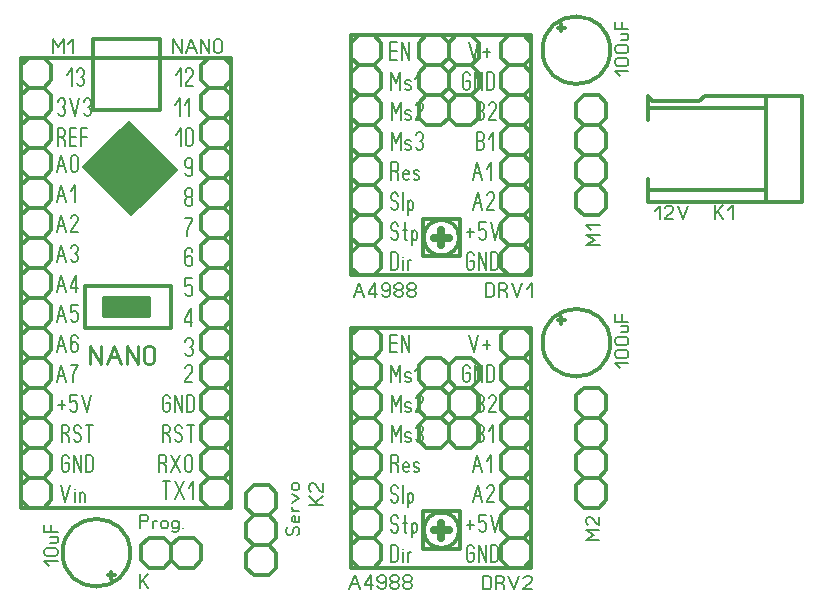
<source format=gto>
%FSLAX34Y34*%
%MOMM*%
%LNCOPPER_BOTTOM*%
G71*
G01*
%ADD10C, 0.30*%
%ADD11C, 0.70*%
%ADD12C, 0.19*%
%ADD13C, 0.21*%
%ADD14C, 0.27*%
%LPD*%
G54D10*
X469900Y469950D02*
X463600Y476250D01*
X450800Y476250D01*
X444500Y469950D01*
X444500Y457150D01*
X450800Y450850D01*
X463600Y450850D01*
X469900Y457150D01*
X469900Y469950D01*
G54D10*
X469900Y444550D02*
X463600Y450850D01*
X450800Y450850D01*
X444500Y444550D01*
X444500Y431750D01*
X450800Y425450D01*
X463600Y425450D01*
X469900Y431750D01*
X469900Y444550D01*
G54D10*
X469900Y419150D02*
X463600Y425450D01*
X450800Y425450D01*
X444500Y419150D01*
X444500Y406350D01*
X450800Y400050D01*
X463600Y400050D01*
X469900Y406350D01*
X469900Y419150D01*
G54D10*
X469900Y393750D02*
X463600Y400050D01*
X450800Y400050D01*
X444500Y393750D01*
X444500Y380950D01*
X450800Y374650D01*
X463600Y374650D01*
X469900Y380950D01*
X469900Y393750D01*
G54D10*
X469900Y368350D02*
X463600Y374650D01*
X450800Y374650D01*
X444500Y368350D01*
X444500Y355550D01*
X450800Y349250D01*
X463600Y349250D01*
X469900Y355550D01*
X469900Y368350D01*
G54D10*
X469900Y342950D02*
X463600Y349250D01*
X450800Y349250D01*
X444500Y342950D01*
X444500Y330150D01*
X450800Y323850D01*
X463600Y323850D01*
X469900Y330150D01*
X469900Y342950D01*
G54D10*
X469900Y317550D02*
X463600Y323850D01*
X450800Y323850D01*
X444500Y317550D01*
X444500Y304750D01*
X450800Y298450D01*
X463600Y298450D01*
X469900Y304750D01*
X469900Y317550D01*
G54D10*
X469900Y292150D02*
X463600Y298450D01*
X450800Y298450D01*
X444500Y292150D01*
X444500Y279350D01*
X450800Y273050D01*
X463600Y273050D01*
X469900Y279350D01*
X469900Y292150D01*
G54D10*
X342900Y469950D02*
X336600Y476250D01*
X323800Y476250D01*
X317500Y469950D01*
X317500Y457150D01*
X323800Y450850D01*
X336600Y450850D01*
X342900Y457150D01*
X342900Y469950D01*
G54D10*
X342900Y444550D02*
X336600Y450850D01*
X323800Y450850D01*
X317500Y444550D01*
X317500Y431750D01*
X323800Y425450D01*
X336600Y425450D01*
X342900Y431750D01*
X342900Y444550D01*
G54D10*
X342900Y419150D02*
X336600Y425450D01*
X323800Y425450D01*
X317500Y419150D01*
X317500Y406350D01*
X323800Y400050D01*
X336600Y400050D01*
X342900Y406350D01*
X342900Y419150D01*
G54D10*
X342900Y393750D02*
X336600Y400050D01*
X323800Y400050D01*
X317500Y393750D01*
X317500Y380950D01*
X323800Y374650D01*
X336600Y374650D01*
X342900Y380950D01*
X342900Y393750D01*
G54D10*
X342900Y368350D02*
X336600Y374650D01*
X323800Y374650D01*
X317500Y368350D01*
X317500Y355550D01*
X323800Y349250D01*
X336600Y349250D01*
X342900Y355550D01*
X342900Y368350D01*
G54D10*
X342900Y342950D02*
X336600Y349250D01*
X323800Y349250D01*
X317500Y342950D01*
X317500Y330150D01*
X323800Y323850D01*
X336600Y323850D01*
X342900Y330150D01*
X342900Y342950D01*
G54D10*
X342900Y317550D02*
X336600Y323850D01*
X323800Y323850D01*
X317500Y317550D01*
X317500Y304750D01*
X323800Y298450D01*
X336600Y298450D01*
X342900Y304750D01*
X342900Y317550D01*
G54D10*
X342900Y292150D02*
X336600Y298450D01*
X323800Y298450D01*
X317500Y292150D01*
X317500Y279350D01*
X323800Y273050D01*
X336600Y273050D01*
X342900Y279350D01*
X342900Y292150D01*
G54D10*
X317500Y476250D02*
X469900Y476250D01*
X469900Y273050D01*
X317500Y273050D01*
X317500Y476250D01*
G54D10*
G75*
G01X408700Y304850D02*
G03X408700Y304850I-15000J0D01*
G01*
G54D10*
X377825Y320675D02*
X409575Y320675D01*
X409575Y288925D01*
X377825Y288925D01*
X377825Y320675D01*
G54D11*
X393700Y311150D02*
X393700Y311150D01*
X393700Y298450D01*
X393700Y298450D01*
X393700Y311150D01*
G54D11*
X387350Y304800D02*
X400050Y304800D01*
X400050Y304800D01*
X387350Y304800D01*
X387350Y304800D01*
G54D12*
X350772Y277558D02*
X350772Y292670D01*
X354550Y292670D01*
X356061Y291725D01*
X356816Y289836D01*
X356816Y280392D01*
X356061Y278503D01*
X354550Y277558D01*
X350772Y277558D01*
G54D12*
X360972Y277558D02*
X360972Y286058D01*
G54D12*
X360972Y288892D02*
X360972Y288892D01*
G54D12*
X365128Y277558D02*
X365128Y286058D01*
G54D12*
X365128Y284170D02*
X366639Y286058D01*
X368150Y286058D01*
G54D12*
X351184Y305471D02*
X351939Y303582D01*
X353450Y302637D01*
X354961Y302637D01*
X356472Y303582D01*
X357228Y305471D01*
X357228Y307360D01*
X356472Y309249D01*
X354961Y310193D01*
X353450Y310193D01*
X351939Y311138D01*
X351184Y313026D01*
X351184Y314915D01*
X351939Y316804D01*
X353450Y317749D01*
X354961Y317749D01*
X356472Y316804D01*
X357228Y314915D01*
G54D12*
X362895Y317749D02*
X362895Y303582D01*
X363650Y302637D01*
X364406Y303015D01*
G54D12*
X361384Y311137D02*
X364406Y311137D01*
G54D12*
X368562Y311138D02*
X368562Y298860D01*
G54D12*
X368562Y305471D02*
X369317Y303015D01*
X370828Y302638D01*
X372339Y303015D01*
X373095Y304904D01*
X373095Y308682D01*
X372339Y310571D01*
X370828Y311138D01*
X369317Y310571D01*
X368562Y308304D01*
G54D12*
X350916Y330871D02*
X351672Y328982D01*
X353183Y328037D01*
X354694Y328037D01*
X356205Y328982D01*
X356960Y330871D01*
X356960Y332760D01*
X356205Y334649D01*
X354694Y335593D01*
X353183Y335593D01*
X351672Y336537D01*
X350916Y338426D01*
X350916Y340315D01*
X351672Y342204D01*
X353183Y343149D01*
X354694Y343149D01*
X356205Y342204D01*
X356960Y340315D01*
G54D12*
X361116Y328037D02*
X361116Y343149D01*
G54D12*
X365272Y336537D02*
X365272Y324260D01*
G54D12*
X365272Y330871D02*
X366028Y328415D01*
X367539Y328037D01*
X369050Y328415D01*
X369805Y330304D01*
X369805Y334082D01*
X369050Y335971D01*
X367539Y336537D01*
X366028Y335971D01*
X365272Y333704D01*
G54D12*
X354339Y361314D02*
X356606Y359425D01*
X357361Y357536D01*
X357361Y353758D01*
G54D12*
X351317Y353758D02*
X351317Y368870D01*
X355095Y368870D01*
X356606Y367925D01*
X357361Y366036D01*
X357361Y364147D01*
X356606Y362258D01*
X355095Y361314D01*
X351317Y361314D01*
G54D12*
X366050Y354703D02*
X364841Y353758D01*
X363330Y353758D01*
X361819Y354703D01*
X361517Y356592D01*
X361517Y359803D01*
X362273Y361692D01*
X363784Y362258D01*
X365295Y361692D01*
X366050Y360370D01*
X366050Y358481D01*
X361517Y358481D01*
G54D12*
X370206Y354703D02*
X371717Y353758D01*
X373228Y353758D01*
X374739Y354703D01*
X374739Y356592D01*
X373984Y357536D01*
X370962Y358481D01*
X370206Y359425D01*
X370206Y361314D01*
X371717Y362258D01*
X373228Y362258D01*
X374739Y361314D01*
G54D12*
X351583Y379158D02*
X351583Y394270D01*
X355361Y384825D01*
X359139Y394270D01*
X359139Y379158D01*
G54D12*
X363295Y380103D02*
X364806Y379158D01*
X366317Y379158D01*
X367828Y380103D01*
X367828Y381992D01*
X367073Y382936D01*
X364051Y383881D01*
X363295Y384825D01*
X363295Y386714D01*
X364806Y387658D01*
X366317Y387658D01*
X367828Y386714D01*
G54D12*
X371984Y391436D02*
X372740Y393325D01*
X374251Y394270D01*
X375762Y394270D01*
X377273Y393325D01*
X378028Y391436D01*
X378028Y389547D01*
X377273Y387658D01*
X375762Y386714D01*
X377273Y385770D01*
X378028Y383881D01*
X378028Y381992D01*
X377273Y380103D01*
X375762Y379158D01*
X374251Y379158D01*
X372740Y380103D01*
X371984Y381992D01*
G54D12*
X351583Y404558D02*
X351583Y419670D01*
X355361Y410225D01*
X359139Y419670D01*
X359139Y404558D01*
G54D12*
X363295Y405503D02*
X364806Y404558D01*
X366317Y404558D01*
X367828Y405503D01*
X367828Y407392D01*
X367073Y408336D01*
X364051Y409281D01*
X363295Y410225D01*
X363295Y412114D01*
X364806Y413058D01*
X366317Y413058D01*
X367828Y412114D01*
G54D12*
X378028Y404558D02*
X371984Y404558D01*
X371984Y405503D01*
X372740Y407392D01*
X377273Y413058D01*
X378028Y414947D01*
X378028Y416836D01*
X377273Y418725D01*
X375762Y419670D01*
X374251Y419670D01*
X372740Y418725D01*
X371984Y416836D01*
G54D12*
X351383Y429958D02*
X351382Y445069D01*
X355160Y435625D01*
X358938Y445069D01*
X358938Y429958D01*
G54D12*
X363094Y430902D02*
X364606Y429958D01*
X366117Y429958D01*
X367628Y430902D01*
X367628Y432791D01*
X366872Y433736D01*
X363850Y434680D01*
X363094Y435625D01*
X363094Y437514D01*
X364606Y438458D01*
X366117Y438458D01*
X367628Y437514D01*
G54D12*
X371784Y439402D02*
X375561Y445069D01*
X375561Y429958D01*
G54D12*
X355905Y455358D02*
X350617Y455358D01*
X350617Y470470D01*
X355905Y470470D01*
G54D12*
X350617Y462914D02*
X355905Y462914D01*
G54D12*
X360062Y455358D02*
X360062Y470470D01*
X366106Y455358D01*
X366106Y470470D01*
G54D12*
X418106Y285114D02*
X421128Y285114D01*
X421128Y280392D01*
X420372Y278503D01*
X418861Y277558D01*
X417350Y277558D01*
X415839Y278503D01*
X415084Y280392D01*
X415084Y289836D01*
X415839Y291725D01*
X417350Y292670D01*
X418861Y292670D01*
X420372Y291725D01*
X421128Y289836D01*
G54D12*
X425284Y277558D02*
X425284Y292670D01*
X431328Y277558D01*
X431328Y292670D01*
G54D12*
X435484Y277558D02*
X435484Y292670D01*
X439261Y292670D01*
X440772Y291725D01*
X441528Y289836D01*
X441528Y280392D01*
X440772Y278503D01*
X439261Y277558D01*
X435484Y277558D01*
G54D12*
X415226Y309570D02*
X421270Y309570D01*
G54D12*
X418248Y313347D02*
X418248Y305792D01*
G54D12*
X431470Y318070D02*
X425426Y318070D01*
X425426Y311458D01*
X426181Y311458D01*
X427692Y312403D01*
X429203Y312403D01*
X430714Y311458D01*
X431470Y309570D01*
X431470Y305792D01*
X430714Y303903D01*
X429203Y302958D01*
X427692Y302958D01*
X426181Y303903D01*
X425426Y305792D01*
G54D12*
X435626Y318070D02*
X439403Y302958D01*
X443181Y318070D01*
G54D12*
X420669Y328358D02*
X424447Y343470D01*
X428225Y328358D01*
G54D12*
X422180Y334025D02*
X426713Y334025D01*
G54D12*
X438425Y328358D02*
X432381Y328358D01*
X432381Y329303D01*
X433137Y331192D01*
X437670Y336858D01*
X438425Y338747D01*
X438425Y340636D01*
X437670Y342525D01*
X436159Y343470D01*
X434648Y343470D01*
X433137Y342525D01*
X432381Y340636D01*
G54D12*
X420468Y353761D02*
X424246Y368872D01*
X428024Y353761D01*
G54D12*
X421979Y359428D02*
X426512Y359428D01*
G54D12*
X432180Y363205D02*
X435958Y368872D01*
X435958Y353761D01*
G54D12*
X423508Y379158D02*
X423509Y394270D01*
X427286Y394270D01*
X428797Y393325D01*
X429553Y391436D01*
X429553Y389547D01*
X428797Y387658D01*
X427286Y386714D01*
X428797Y385770D01*
X429553Y383881D01*
X429553Y381992D01*
X428797Y380103D01*
X427286Y379158D01*
X423508Y379158D01*
G54D12*
X423509Y386714D02*
X427286Y386714D01*
G54D12*
X433709Y388603D02*
X437486Y394270D01*
X437486Y379158D01*
G54D12*
X423708Y404558D02*
X423708Y419670D01*
X427486Y419670D01*
X428997Y418725D01*
X429752Y416836D01*
X429752Y414947D01*
X428997Y413058D01*
X427486Y412114D01*
X428997Y411170D01*
X429752Y409281D01*
X429752Y407392D01*
X428997Y405503D01*
X427486Y404558D01*
X423708Y404558D01*
G54D12*
X423708Y412114D02*
X427486Y412114D01*
G54D12*
X439952Y404558D02*
X433908Y404558D01*
X433908Y405503D01*
X434664Y407392D01*
X439197Y413058D01*
X439952Y414947D01*
X439952Y416836D01*
X439197Y418725D01*
X437686Y419670D01*
X436175Y419670D01*
X434664Y418725D01*
X433908Y416836D01*
G54D12*
X414930Y437514D02*
X417952Y437514D01*
X417952Y432792D01*
X417197Y430903D01*
X415686Y429958D01*
X414175Y429958D01*
X412664Y430903D01*
X411908Y432792D01*
X411908Y442236D01*
X412664Y444125D01*
X414175Y445070D01*
X415686Y445070D01*
X417197Y444125D01*
X417952Y442236D01*
G54D12*
X422108Y429958D02*
X422108Y445070D01*
X428152Y429958D01*
X428152Y445070D01*
G54D12*
X432308Y429958D02*
X432308Y445070D01*
X436086Y445070D01*
X437597Y444125D01*
X438352Y442236D01*
X438352Y432792D01*
X437597Y430903D01*
X436086Y429958D01*
X432308Y429958D01*
G54D12*
X417483Y470470D02*
X421260Y455358D01*
X425038Y470470D01*
G54D12*
X429195Y461970D02*
X435239Y461970D01*
G54D12*
X432217Y465747D02*
X432217Y458192D01*
G54D13*
X431381Y254515D02*
X431381Y266071D01*
X435714Y266071D01*
X437448Y265348D01*
X438314Y263904D01*
X438314Y256682D01*
X437448Y255237D01*
X435714Y254515D01*
X431381Y254515D01*
G54D13*
X445825Y260293D02*
X448425Y258848D01*
X449291Y257404D01*
X449291Y254515D01*
G54D13*
X442358Y254515D02*
X442358Y266071D01*
X446691Y266071D01*
X448425Y265348D01*
X449291Y263904D01*
X449291Y262459D01*
X448425Y261015D01*
X446691Y260293D01*
X442358Y260293D01*
G54D13*
X453335Y266071D02*
X457668Y254515D01*
X462002Y266071D01*
G54D13*
X466046Y261737D02*
X470379Y266071D01*
X470379Y254515D01*
G54D13*
X319335Y254688D02*
X323668Y266244D01*
X328002Y254688D01*
G54D13*
X321068Y259021D02*
X326268Y259021D01*
G54D13*
X337246Y254688D02*
X337246Y266244D01*
X332046Y259021D01*
X332046Y257577D01*
X338979Y257577D01*
G54D13*
X343023Y256855D02*
X343890Y255410D01*
X345623Y254688D01*
X347356Y254688D01*
X349090Y255410D01*
X349956Y256855D01*
X349956Y260466D01*
X349956Y261188D01*
X347356Y259744D01*
X345623Y259744D01*
X343890Y260466D01*
X343023Y261910D01*
X343023Y264077D01*
X343890Y265521D01*
X345623Y266244D01*
X347356Y266244D01*
X349090Y265521D01*
X349956Y264077D01*
X349956Y260466D01*
G54D13*
X358333Y260466D02*
X356600Y260466D01*
X354867Y261188D01*
X354000Y262632D01*
X354000Y264077D01*
X354867Y265521D01*
X356600Y266244D01*
X358333Y266244D01*
X360067Y265521D01*
X360933Y264077D01*
X360933Y262632D01*
X360067Y261188D01*
X358333Y260466D01*
X360067Y259744D01*
X360933Y258299D01*
X360933Y256855D01*
X360067Y255410D01*
X358333Y254688D01*
X356600Y254688D01*
X354867Y255410D01*
X354000Y256855D01*
X354000Y258299D01*
X354867Y259744D01*
X356600Y260466D01*
G54D13*
X369310Y260466D02*
X367577Y260466D01*
X365844Y261188D01*
X364977Y262632D01*
X364977Y264077D01*
X365844Y265521D01*
X367577Y266244D01*
X369310Y266244D01*
X371044Y265521D01*
X371910Y264077D01*
X371910Y262632D01*
X371044Y261188D01*
X369310Y260466D01*
X371044Y259744D01*
X371910Y258299D01*
X371910Y256855D01*
X371044Y255410D01*
X369310Y254688D01*
X367577Y254688D01*
X365844Y255410D01*
X364977Y256855D01*
X364977Y258299D01*
X365844Y259744D01*
X367577Y260466D01*
G54D10*
X469900Y222300D02*
X463600Y228600D01*
X450800Y228600D01*
X444500Y222300D01*
X444500Y209500D01*
X450800Y203200D01*
X463600Y203200D01*
X469900Y209500D01*
X469900Y222300D01*
G54D10*
X469900Y196900D02*
X463600Y203200D01*
X450800Y203200D01*
X444500Y196900D01*
X444500Y184100D01*
X450800Y177800D01*
X463600Y177800D01*
X469900Y184100D01*
X469900Y196900D01*
G54D10*
X469900Y171500D02*
X463600Y177800D01*
X450800Y177800D01*
X444500Y171500D01*
X444500Y158700D01*
X450800Y152400D01*
X463600Y152400D01*
X469900Y158700D01*
X469900Y171500D01*
G54D10*
X469900Y146100D02*
X463600Y152400D01*
X450800Y152400D01*
X444500Y146100D01*
X444500Y133300D01*
X450800Y127000D01*
X463600Y127000D01*
X469900Y133300D01*
X469900Y146100D01*
G54D10*
X469900Y120700D02*
X463600Y127000D01*
X450800Y127000D01*
X444500Y120700D01*
X444500Y107900D01*
X450800Y101600D01*
X463600Y101600D01*
X469900Y107900D01*
X469900Y120700D01*
G54D10*
X469900Y95300D02*
X463600Y101600D01*
X450800Y101600D01*
X444500Y95300D01*
X444500Y82500D01*
X450800Y76200D01*
X463600Y76200D01*
X469900Y82500D01*
X469900Y95300D01*
G54D10*
X469900Y69900D02*
X463600Y76200D01*
X450800Y76200D01*
X444500Y69900D01*
X444500Y57100D01*
X450800Y50800D01*
X463600Y50800D01*
X469900Y57100D01*
X469900Y69900D01*
G54D10*
X469900Y44500D02*
X463600Y50800D01*
X450800Y50800D01*
X444500Y44500D01*
X444500Y31700D01*
X450800Y25400D01*
X463600Y25400D01*
X469900Y31700D01*
X469900Y44500D01*
G54D10*
X342900Y222300D02*
X336600Y228600D01*
X323800Y228600D01*
X317500Y222300D01*
X317500Y209500D01*
X323800Y203200D01*
X336600Y203200D01*
X342900Y209500D01*
X342900Y222300D01*
G54D10*
X342900Y196900D02*
X336600Y203200D01*
X323800Y203200D01*
X317500Y196900D01*
X317500Y184100D01*
X323800Y177800D01*
X336600Y177800D01*
X342900Y184100D01*
X342900Y196900D01*
G54D10*
X342900Y171500D02*
X336600Y177800D01*
X323800Y177800D01*
X317500Y171500D01*
X317500Y158700D01*
X323800Y152400D01*
X336600Y152400D01*
X342900Y158700D01*
X342900Y171500D01*
G54D10*
X342900Y146100D02*
X336600Y152400D01*
X323800Y152400D01*
X317500Y146100D01*
X317500Y133300D01*
X323800Y127000D01*
X336600Y127000D01*
X342900Y133300D01*
X342900Y146100D01*
G54D10*
X342900Y120700D02*
X336600Y127000D01*
X323800Y127000D01*
X317500Y120700D01*
X317500Y107900D01*
X323800Y101600D01*
X336600Y101600D01*
X342900Y107900D01*
X342900Y120700D01*
G54D10*
X342900Y95300D02*
X336600Y101600D01*
X323800Y101600D01*
X317500Y95300D01*
X317500Y82500D01*
X323800Y76200D01*
X336600Y76200D01*
X342900Y82500D01*
X342900Y95300D01*
G54D10*
X342900Y69900D02*
X336600Y76200D01*
X323800Y76200D01*
X317500Y69900D01*
X317500Y57100D01*
X323800Y50800D01*
X336600Y50800D01*
X342900Y57100D01*
X342900Y69900D01*
G54D10*
X342900Y44500D02*
X336600Y50800D01*
X323800Y50800D01*
X317500Y44500D01*
X317500Y31700D01*
X323800Y25400D01*
X336600Y25400D01*
X342900Y31700D01*
X342900Y44500D01*
G54D10*
X317500Y228600D02*
X469900Y228600D01*
X469900Y25400D01*
X317500Y25400D01*
X317500Y228600D01*
G54D10*
G75*
G01X408700Y57200D02*
G03X408700Y57200I-15000J0D01*
G01*
G54D10*
X377825Y73025D02*
X409575Y73025D01*
X409575Y41275D01*
X377825Y41275D01*
X377825Y73025D01*
G54D11*
X393700Y63500D02*
X393700Y63500D01*
X393700Y50800D01*
X393700Y50800D01*
X393700Y63500D01*
G54D11*
X387350Y57150D02*
X400050Y57150D01*
X400050Y57150D01*
X387350Y57150D01*
X387350Y57150D01*
G54D12*
X350772Y29908D02*
X350772Y45020D01*
X354550Y45020D01*
X356061Y44075D01*
X356816Y42186D01*
X356816Y32742D01*
X356061Y30853D01*
X354550Y29908D01*
X350772Y29908D01*
G54D12*
X360972Y29908D02*
X360972Y38408D01*
G54D12*
X360972Y41242D02*
X360972Y41242D01*
G54D12*
X365128Y29908D02*
X365128Y38408D01*
G54D12*
X365128Y36520D02*
X366639Y38408D01*
X368150Y38408D01*
G54D12*
X351184Y57821D02*
X351939Y55932D01*
X353450Y54988D01*
X354961Y54988D01*
X356472Y55932D01*
X357228Y57821D01*
X357228Y59710D01*
X356472Y61599D01*
X354961Y62543D01*
X353450Y62543D01*
X351939Y63488D01*
X351184Y65376D01*
X351184Y67265D01*
X351939Y69154D01*
X353450Y70099D01*
X354961Y70099D01*
X356472Y69154D01*
X357228Y67265D01*
G54D12*
X362895Y70099D02*
X362895Y55932D01*
X363650Y54988D01*
X364406Y55365D01*
G54D12*
X361384Y63488D02*
X364406Y63488D01*
G54D12*
X368562Y63488D02*
X368562Y51210D01*
G54D12*
X368562Y57821D02*
X369317Y55365D01*
X370828Y54988D01*
X372339Y55365D01*
X373095Y57254D01*
X373095Y61032D01*
X372339Y62921D01*
X370828Y63488D01*
X369317Y62921D01*
X368562Y60654D01*
G54D12*
X350916Y83221D02*
X351672Y81332D01*
X353183Y80388D01*
X354694Y80388D01*
X356205Y81332D01*
X356960Y83221D01*
X356960Y85110D01*
X356205Y86999D01*
X354694Y87943D01*
X353183Y87943D01*
X351672Y88888D01*
X350916Y90776D01*
X350916Y92665D01*
X351672Y94554D01*
X353183Y95499D01*
X354694Y95499D01*
X356205Y94554D01*
X356960Y92665D01*
G54D12*
X361116Y80388D02*
X361116Y95499D01*
G54D12*
X365272Y88888D02*
X365272Y76610D01*
G54D12*
X365272Y83221D02*
X366028Y80765D01*
X367539Y80388D01*
X369050Y80765D01*
X369805Y82654D01*
X369805Y86432D01*
X369050Y88321D01*
X367539Y88888D01*
X366028Y88321D01*
X365272Y86054D01*
G54D12*
X354339Y113664D02*
X356605Y111775D01*
X357361Y109886D01*
X357361Y106109D01*
G54D12*
X351317Y106109D02*
X351316Y121220D01*
X355094Y121220D01*
X356605Y120275D01*
X357361Y118386D01*
X357361Y116497D01*
X356605Y114609D01*
X355094Y113664D01*
X351317Y113664D01*
G54D12*
X366050Y107053D02*
X364841Y106109D01*
X363330Y106109D01*
X361819Y107053D01*
X361516Y108942D01*
X361516Y112153D01*
X362272Y114042D01*
X363783Y114609D01*
X365294Y114042D01*
X366050Y112720D01*
X366050Y110831D01*
X361516Y110831D01*
G54D12*
X370206Y107053D02*
X371717Y106109D01*
X373228Y106109D01*
X374739Y107053D01*
X374739Y108942D01*
X373983Y109886D01*
X370961Y110831D01*
X370205Y111775D01*
X370205Y113664D01*
X371717Y114609D01*
X373228Y114609D01*
X374739Y113664D01*
G54D12*
X351583Y131508D02*
X351583Y146620D01*
X355361Y137175D01*
X359139Y146620D01*
X359139Y131508D01*
G54D12*
X363295Y132453D02*
X364806Y131508D01*
X366317Y131509D01*
X367828Y132453D01*
X367828Y134342D01*
X367073Y135286D01*
X364051Y136231D01*
X363295Y137175D01*
X363295Y139064D01*
X364806Y140009D01*
X366317Y140009D01*
X367828Y139064D01*
G54D12*
X371984Y143786D02*
X372740Y145675D01*
X374251Y146620D01*
X375762Y146620D01*
X377273Y145675D01*
X378028Y143786D01*
X378028Y141897D01*
X377273Y140009D01*
X375762Y139064D01*
X377273Y138120D01*
X378028Y136231D01*
X378028Y134342D01*
X377273Y132453D01*
X375762Y131509D01*
X374251Y131509D01*
X372740Y132453D01*
X371984Y134342D01*
G54D12*
X351583Y156909D02*
X351583Y172020D01*
X355361Y162575D01*
X359139Y172020D01*
X359139Y156909D01*
G54D12*
X363295Y157853D02*
X364806Y156909D01*
X366317Y156908D01*
X367828Y157853D01*
X367828Y159742D01*
X367073Y160686D01*
X364051Y161631D01*
X363295Y162575D01*
X363295Y164464D01*
X364806Y165408D01*
X366317Y165408D01*
X367828Y164464D01*
G54D12*
X378028Y156909D02*
X371984Y156909D01*
X371984Y157853D01*
X372740Y159742D01*
X377273Y165408D01*
X378029Y167297D01*
X378029Y169186D01*
X377273Y171075D01*
X375762Y172020D01*
X374251Y172020D01*
X372740Y171075D01*
X371984Y169186D01*
G54D12*
X351383Y182308D02*
X351383Y197419D01*
X355160Y187975D01*
X358938Y197419D01*
X358938Y182308D01*
G54D12*
X363095Y183252D02*
X364606Y182308D01*
X366117Y182308D01*
X367628Y183252D01*
X367628Y185141D01*
X366872Y186086D01*
X363850Y187030D01*
X363095Y187975D01*
X363095Y189864D01*
X364606Y190808D01*
X366117Y190808D01*
X367628Y189864D01*
G54D12*
X371784Y191752D02*
X375561Y197419D01*
X375561Y182308D01*
G54D12*
X355905Y207708D02*
X350617Y207708D01*
X350617Y222820D01*
X355905Y222820D01*
G54D12*
X350616Y215264D02*
X355905Y215264D01*
G54D12*
X360062Y207708D02*
X360062Y222820D01*
X366106Y207708D01*
X366106Y222820D01*
G54D12*
X418105Y37464D02*
X421128Y37464D01*
X421127Y32742D01*
X420372Y30853D01*
X418861Y29908D01*
X417350Y29908D01*
X415839Y30853D01*
X415083Y32742D01*
X415083Y42186D01*
X415839Y44075D01*
X417350Y45020D01*
X418861Y45020D01*
X420372Y44075D01*
X421128Y42186D01*
G54D12*
X425283Y29908D02*
X425283Y45020D01*
X431328Y29908D01*
X431327Y45020D01*
G54D12*
X435483Y29908D02*
X435483Y45020D01*
X439261Y45020D01*
X440772Y44075D01*
X441528Y42186D01*
X441527Y32742D01*
X440772Y30853D01*
X439261Y29908D01*
X435483Y29908D01*
G54D12*
X415226Y61920D02*
X421270Y61920D01*
G54D12*
X418248Y65697D02*
X418248Y58142D01*
G54D12*
X431470Y70420D02*
X425426Y70420D01*
X425426Y63809D01*
X426181Y63808D01*
X427692Y64753D01*
X429203Y64753D01*
X430714Y63808D01*
X431470Y61920D01*
X431470Y58142D01*
X430714Y56253D01*
X429203Y55308D01*
X427692Y55308D01*
X426181Y56253D01*
X425426Y58142D01*
G54D12*
X435626Y70420D02*
X439403Y55308D01*
X443181Y70420D01*
G54D12*
X420669Y80708D02*
X424447Y95820D01*
X428225Y80708D01*
G54D12*
X422180Y86375D02*
X426713Y86375D01*
G54D12*
X438425Y80709D02*
X432381Y80709D01*
X432381Y81653D01*
X433137Y83542D01*
X437670Y89208D01*
X438425Y91097D01*
X438425Y92986D01*
X437670Y94875D01*
X436159Y95820D01*
X434648Y95820D01*
X433137Y94875D01*
X432381Y92986D01*
G54D12*
X420469Y106111D02*
X424247Y121222D01*
X428025Y106111D01*
G54D12*
X421980Y111778D02*
X426513Y111778D01*
G54D12*
X432181Y115555D02*
X435959Y121222D01*
X435959Y106111D01*
G54D12*
X423509Y131509D02*
X423508Y146620D01*
X427286Y146620D01*
X428797Y145675D01*
X429553Y143786D01*
X429553Y141897D01*
X428797Y140009D01*
X427286Y139064D01*
X428797Y138120D01*
X429553Y136231D01*
X429553Y134342D01*
X428797Y132453D01*
X427286Y131508D01*
X423509Y131509D01*
G54D12*
X423508Y139064D02*
X427286Y139064D01*
G54D12*
X433708Y140953D02*
X437486Y146620D01*
X437486Y131509D01*
G54D12*
X423708Y156909D02*
X423708Y172020D01*
X427486Y172020D01*
X428997Y171075D01*
X429753Y169186D01*
X429753Y167297D01*
X428997Y165409D01*
X427486Y164464D01*
X428997Y163520D01*
X429753Y161631D01*
X429753Y159742D01*
X428997Y157853D01*
X427486Y156909D01*
X423708Y156909D01*
G54D12*
X423709Y164464D02*
X427486Y164464D01*
G54D12*
X439953Y156909D02*
X433909Y156909D01*
X433908Y157853D01*
X434664Y159742D01*
X439197Y165409D01*
X439953Y167297D01*
X439953Y169186D01*
X439197Y171075D01*
X437686Y172020D01*
X436175Y172020D01*
X434664Y171075D01*
X433909Y169186D01*
G54D12*
X414931Y189864D02*
X417953Y189864D01*
X417953Y185142D01*
X417197Y183253D01*
X415686Y182308D01*
X414175Y182308D01*
X412664Y183253D01*
X411908Y185142D01*
X411908Y194586D01*
X412664Y196475D01*
X414175Y197420D01*
X415686Y197420D01*
X417197Y196475D01*
X417953Y194586D01*
G54D12*
X422108Y182308D02*
X422109Y197420D01*
X428153Y182308D01*
X428153Y197420D01*
G54D12*
X432309Y182308D02*
X432309Y197420D01*
X436086Y197420D01*
X437597Y196475D01*
X438353Y194586D01*
X438353Y185142D01*
X437597Y183253D01*
X436086Y182308D01*
X432309Y182308D01*
G54D12*
X417483Y222820D02*
X421260Y207708D01*
X425038Y222820D01*
G54D12*
X429195Y214320D02*
X435239Y214320D01*
G54D12*
X432217Y218097D02*
X432217Y210542D01*
G54D13*
X428552Y7100D02*
X428552Y18656D01*
X432885Y18656D01*
X434618Y17933D01*
X435485Y16489D01*
X435485Y9267D01*
X434618Y7822D01*
X432885Y7100D01*
X428552Y7100D01*
G54D13*
X442995Y12878D02*
X445595Y11433D01*
X446462Y9989D01*
X446462Y7100D01*
G54D13*
X439529Y7100D02*
X439528Y18656D01*
X443862Y18656D01*
X445595Y17933D01*
X446462Y16489D01*
X446462Y15044D01*
X445595Y13600D01*
X443862Y12878D01*
X439528Y12878D01*
G54D13*
X450506Y18656D02*
X454839Y7100D01*
X459172Y18656D01*
G54D13*
X470150Y7100D02*
X463217Y7100D01*
X463216Y7822D01*
X464083Y9267D01*
X469283Y13600D01*
X470150Y15044D01*
X470150Y16489D01*
X469283Y17933D01*
X467550Y18656D01*
X465816Y18656D01*
X464083Y17933D01*
X463217Y16489D01*
G54D13*
X315908Y7550D02*
X320242Y19106D01*
X324575Y7550D01*
G54D13*
X317642Y11883D02*
X322842Y11883D01*
G54D13*
X333819Y7550D02*
X333820Y19106D01*
X328619Y11883D01*
X328619Y10439D01*
X335553Y10439D01*
G54D13*
X339596Y9717D02*
X340463Y8272D01*
X342196Y7550D01*
X343930Y7550D01*
X345663Y8272D01*
X346530Y9717D01*
X346530Y13328D01*
X346530Y14050D01*
X343930Y12606D01*
X342196Y12606D01*
X340463Y13328D01*
X339596Y14772D01*
X339596Y16939D01*
X340463Y18383D01*
X342196Y19106D01*
X343930Y19106D01*
X345663Y18383D01*
X346530Y16939D01*
X346530Y13328D01*
G54D13*
X354907Y13328D02*
X353174Y13328D01*
X351440Y14050D01*
X350573Y15494D01*
X350573Y16939D01*
X351440Y18383D01*
X353173Y19106D01*
X354907Y19106D01*
X356640Y18383D01*
X357507Y16939D01*
X357507Y15494D01*
X356640Y14050D01*
X354907Y13328D01*
X356640Y12606D01*
X357507Y11161D01*
X357507Y9717D01*
X356640Y8272D01*
X354907Y7550D01*
X353174Y7550D01*
X351440Y8272D01*
X350573Y9717D01*
X350573Y11161D01*
X351440Y12606D01*
X353174Y13328D01*
G54D13*
X365884Y13328D02*
X364150Y13328D01*
X362417Y14050D01*
X361550Y15494D01*
X361550Y16939D01*
X362417Y18383D01*
X364150Y19106D01*
X365884Y19106D01*
X367617Y18383D01*
X368484Y16939D01*
X368484Y15494D01*
X367617Y14050D01*
X365884Y13328D01*
X367617Y12606D01*
X368484Y11161D01*
X368484Y9717D01*
X367617Y8272D01*
X365884Y7550D01*
X364150Y7550D01*
X362417Y8272D01*
X361550Y9717D01*
X361550Y11161D01*
X362417Y12606D01*
X364150Y13328D01*
G54D10*
X533400Y419150D02*
X527100Y425450D01*
X514300Y425450D01*
X508000Y419150D01*
X508000Y406350D01*
X514300Y400050D01*
X527100Y400050D01*
X533400Y406350D01*
X533400Y419150D01*
G54D10*
X533400Y393750D02*
X527100Y400050D01*
X514300Y400050D01*
X508000Y393750D01*
X508000Y380950D01*
X514300Y374650D01*
X527100Y374650D01*
X533400Y380950D01*
X533400Y393750D01*
G54D10*
X533400Y368350D02*
X527100Y374650D01*
X514300Y374650D01*
X508000Y368350D01*
X508000Y355550D01*
X514300Y349250D01*
X527100Y349250D01*
X533400Y355550D01*
X533400Y368350D01*
G54D10*
X533400Y342950D02*
X527100Y349250D01*
X514300Y349250D01*
X508000Y342950D01*
X508000Y330150D01*
X514300Y323850D01*
X527100Y323850D01*
X533400Y330150D01*
X533400Y342950D01*
G54D13*
X527694Y298780D02*
X516138Y298780D01*
X523360Y303113D01*
X516138Y307447D01*
X527694Y307447D01*
G54D13*
X520471Y311491D02*
X516138Y315824D01*
X527694Y315824D01*
G54D10*
X533400Y171500D02*
X527100Y177800D01*
X514300Y177800D01*
X508000Y171500D01*
X508000Y158700D01*
X514300Y152400D01*
X527100Y152400D01*
X533400Y158700D01*
X533400Y171500D01*
G54D10*
X533400Y146100D02*
X527100Y152400D01*
X514300Y152400D01*
X508000Y146100D01*
X508000Y133300D01*
X514300Y127000D01*
X527100Y127000D01*
X533400Y133300D01*
X533400Y146100D01*
G54D10*
X533400Y120700D02*
X527100Y127000D01*
X514300Y127000D01*
X508000Y120700D01*
X508000Y107900D01*
X514300Y101600D01*
X527100Y101600D01*
X533400Y107900D01*
X533400Y120700D01*
G54D10*
X533400Y95300D02*
X527100Y101600D01*
X514300Y101600D01*
X508000Y95300D01*
X508000Y82500D01*
X514300Y76200D01*
X527100Y76200D01*
X533400Y82500D01*
X533400Y95300D01*
G54D13*
X527556Y48530D02*
X516000Y48530D01*
X523222Y52863D01*
X516000Y57197D01*
X527556Y57197D01*
G54D13*
X527556Y68174D02*
X527556Y61241D01*
X526833Y61241D01*
X525389Y62108D01*
X521056Y67308D01*
X519611Y68174D01*
X518167Y68174D01*
X516722Y67308D01*
X516000Y65574D01*
X516000Y63841D01*
X516722Y62108D01*
X518167Y61241D01*
G54D10*
G75*
G01X130200Y38100D02*
G03X130200Y38100I-28600J0D01*
G01*
G54D10*
X114300Y22200D02*
X114300Y15900D01*
G54D10*
X111100Y19000D02*
X117500Y19000D01*
G54D13*
X61853Y26910D02*
X57519Y31243D01*
X69075Y31243D01*
G54D13*
X59686Y42220D02*
X66908Y42220D01*
X68353Y41354D01*
X69075Y39620D01*
X69075Y37887D01*
X68353Y36154D01*
X66908Y35287D01*
X59686Y35287D01*
X58242Y36154D01*
X57519Y37887D01*
X57519Y39620D01*
X58242Y41354D01*
X59686Y42220D01*
G54D13*
X62575Y51464D02*
X69075Y51464D01*
G54D13*
X67631Y51464D02*
X68786Y50597D01*
X69075Y48864D01*
X68786Y47131D01*
X67631Y46264D01*
X62575Y46264D01*
G54D13*
X69075Y55508D02*
X57519Y55508D01*
X57519Y61575D01*
G54D13*
X63297Y55508D02*
X63297Y61575D01*
G54D10*
X146000Y50800D02*
X139700Y44500D01*
X139700Y31700D01*
X146000Y25400D01*
X158800Y25400D01*
X165100Y31700D01*
X165100Y44500D01*
X158800Y50800D01*
X146000Y50800D01*
G54D10*
X171400Y50800D02*
X165100Y44500D01*
X165100Y31700D01*
X171400Y25400D01*
X184200Y25400D01*
X190500Y31700D01*
X190500Y44500D01*
X184200Y50800D01*
X171400Y50800D01*
G54D13*
X138200Y8450D02*
X138200Y20006D01*
G54D13*
X138200Y12061D02*
X145133Y20006D01*
G54D13*
X140800Y14228D02*
X145133Y8450D01*
G54D13*
X138200Y58800D02*
X138200Y70356D01*
X142533Y70356D01*
X144267Y69633D01*
X145133Y68189D01*
X145133Y66744D01*
X144267Y65300D01*
X142533Y64578D01*
X138200Y64578D01*
G54D13*
X149177Y58800D02*
X149177Y65300D01*
G54D13*
X149177Y63856D02*
X150910Y65300D01*
X152644Y65300D01*
G54D13*
X161888Y60533D02*
X161888Y63422D01*
X161021Y64867D01*
X159288Y65300D01*
X157555Y64867D01*
X156688Y63422D01*
X156688Y60533D01*
X157555Y59089D01*
X159288Y58800D01*
X161021Y59089D01*
X161888Y60533D01*
G54D13*
X165932Y56633D02*
X167665Y55911D01*
X168879Y55911D01*
X170612Y56633D01*
X171132Y58078D01*
X171132Y65300D01*
G54D13*
X171132Y63422D02*
X170265Y64867D01*
X168532Y65300D01*
X166799Y64867D01*
X165932Y63422D01*
X165932Y60533D01*
X166799Y59089D01*
X168532Y58800D01*
X170265Y59089D01*
X171132Y60533D01*
G54D13*
X175176Y58800D02*
X175176Y58800D01*
G54D10*
X254000Y88950D02*
X247700Y95250D01*
X234900Y95250D01*
X228600Y88950D01*
X228600Y76150D01*
X234900Y69850D01*
X247700Y69850D01*
X254000Y76150D01*
X254000Y88950D01*
G54D10*
X254000Y63550D02*
X247700Y69850D01*
X234900Y69850D01*
X228600Y63550D01*
X228600Y50750D01*
X234900Y44450D01*
X247700Y44450D01*
X254000Y50750D01*
X254000Y63550D01*
G54D10*
X254000Y38150D02*
X247700Y44450D01*
X234900Y44450D01*
X228600Y38150D01*
X228600Y25350D01*
X234900Y19050D01*
X247700Y19050D01*
X254000Y25350D01*
X254000Y38150D01*
G54D13*
X293056Y78840D02*
X281500Y78840D01*
G54D13*
X289445Y78840D02*
X281500Y85773D01*
G54D13*
X287278Y81440D02*
X293056Y85773D01*
G54D13*
X293056Y96750D02*
X293056Y89817D01*
X292334Y89817D01*
X290889Y90684D01*
X286556Y95884D01*
X285112Y96750D01*
X283667Y96750D01*
X282223Y95884D01*
X281500Y94150D01*
X281500Y92417D01*
X282223Y90684D01*
X283667Y89817D01*
G54D13*
X271389Y52841D02*
X272834Y53708D01*
X273556Y55441D01*
X273556Y57174D01*
X272834Y58908D01*
X271389Y59774D01*
X269945Y59774D01*
X268500Y58908D01*
X267778Y57174D01*
X267778Y55441D01*
X267056Y53708D01*
X265612Y52841D01*
X264167Y52841D01*
X262723Y53708D01*
X262000Y55441D01*
X262000Y57174D01*
X262723Y58908D01*
X264167Y59774D01*
G54D13*
X272834Y69018D02*
X273556Y67631D01*
X273556Y65898D01*
X272834Y64165D01*
X271389Y63818D01*
X268934Y63818D01*
X267489Y64685D01*
X267056Y66418D01*
X267489Y68151D01*
X268500Y69018D01*
X269945Y69018D01*
X269945Y63818D01*
G54D13*
X273556Y73062D02*
X267056Y73062D01*
G54D13*
X268500Y73062D02*
X267056Y74795D01*
X267056Y76529D01*
G54D13*
X267056Y80573D02*
X273556Y84040D01*
X267056Y87506D01*
G54D13*
X271823Y96750D02*
X268934Y96750D01*
X267489Y95883D01*
X267056Y94150D01*
X267489Y92417D01*
X268934Y91550D01*
X271823Y91550D01*
X273267Y92417D01*
X273556Y94150D01*
X273267Y95883D01*
X271823Y96750D01*
G54D10*
X38100Y457200D02*
X215900Y457200D01*
X215900Y76200D01*
X38100Y76200D01*
X38100Y457200D01*
G54D10*
X98425Y473075D02*
X155575Y473075D01*
X155575Y412750D01*
X98425Y412750D01*
X98425Y473075D01*
G36*
X129052Y402281D02*
X168919Y362415D01*
X131298Y324794D01*
X91431Y364660D01*
X129052Y402281D01*
G37*
G54D10*
X129052Y402281D02*
X168919Y362415D01*
X131298Y324794D01*
X91431Y364660D01*
X129052Y402281D01*
G54D10*
X92075Y263525D02*
X165100Y263525D01*
X165100Y228600D01*
X92075Y228600D01*
X92075Y263525D01*
G36*
X107950Y254000D02*
X146050Y254000D01*
X146050Y238125D01*
X107950Y238125D01*
X107950Y254000D01*
G37*
G54D10*
X107950Y254000D02*
X146050Y254000D01*
X146050Y238125D01*
X107950Y238125D01*
X107950Y254000D01*
G54D10*
X215900Y450900D02*
X209600Y457200D01*
X196800Y457200D01*
X190500Y450900D01*
X190500Y438100D01*
X196800Y431800D01*
X209600Y431800D01*
X215900Y438100D01*
X215900Y450900D01*
G54D10*
X215900Y425500D02*
X209600Y431800D01*
X196800Y431800D01*
X190500Y425500D01*
X190500Y412700D01*
X196800Y406400D01*
X209600Y406400D01*
X215900Y412700D01*
X215900Y425500D01*
G54D10*
X215900Y400100D02*
X209600Y406400D01*
X196800Y406400D01*
X190500Y400100D01*
X190500Y387300D01*
X196800Y381000D01*
X209600Y381000D01*
X215900Y387300D01*
X215900Y400100D01*
G54D10*
X215900Y374700D02*
X209600Y381000D01*
X196800Y381000D01*
X190500Y374700D01*
X190500Y361900D01*
X196800Y355600D01*
X209600Y355600D01*
X215900Y361900D01*
X215900Y374700D01*
G54D10*
X215900Y349300D02*
X209600Y355600D01*
X196800Y355600D01*
X190500Y349300D01*
X190500Y336500D01*
X196800Y330200D01*
X209600Y330200D01*
X215900Y336500D01*
X215900Y349300D01*
G54D10*
X215900Y323900D02*
X209600Y330200D01*
X196800Y330200D01*
X190500Y323900D01*
X190500Y311100D01*
X196800Y304800D01*
X209600Y304800D01*
X215900Y311100D01*
X215900Y323900D01*
G54D10*
X215900Y298500D02*
X209600Y304800D01*
X196800Y304800D01*
X190500Y298500D01*
X190500Y285700D01*
X196800Y279400D01*
X209600Y279400D01*
X215900Y285700D01*
X215900Y298500D01*
G54D10*
X215900Y273100D02*
X209600Y279400D01*
X196800Y279400D01*
X190500Y273100D01*
X190500Y260300D01*
X196800Y254000D01*
X209600Y254000D01*
X215900Y260300D01*
X215900Y273100D01*
G54D10*
X215900Y247700D02*
X209600Y254000D01*
X196800Y254000D01*
X190500Y247700D01*
X190500Y234900D01*
X196800Y228600D01*
X209600Y228600D01*
X215900Y234900D01*
X215900Y247700D01*
G54D10*
X215900Y222300D02*
X209600Y228600D01*
X196800Y228600D01*
X190500Y222300D01*
X190500Y209500D01*
X196800Y203200D01*
X209600Y203200D01*
X215900Y209500D01*
X215900Y222300D01*
G54D10*
X215900Y196900D02*
X209600Y203200D01*
X196800Y203200D01*
X190500Y196900D01*
X190500Y184100D01*
X196800Y177800D01*
X209600Y177800D01*
X215900Y184100D01*
X215900Y196900D01*
G54D10*
X215900Y171500D02*
X209600Y177800D01*
X196800Y177800D01*
X190500Y171500D01*
X190500Y158700D01*
X196800Y152400D01*
X209600Y152400D01*
X215900Y158700D01*
X215900Y171500D01*
G54D10*
X215900Y146100D02*
X209600Y152400D01*
X196800Y152400D01*
X190500Y146100D01*
X190500Y133300D01*
X196800Y127000D01*
X209600Y127000D01*
X215900Y133300D01*
X215900Y146100D01*
G54D10*
X215900Y120700D02*
X209600Y127000D01*
X196800Y127000D01*
X190500Y120700D01*
X190500Y107900D01*
X196800Y101600D01*
X209600Y101600D01*
X215900Y107900D01*
X215900Y120700D01*
G54D10*
X215900Y95300D02*
X209600Y101600D01*
X196800Y101600D01*
X190500Y95300D01*
X190500Y82500D01*
X196800Y76200D01*
X209600Y76200D01*
X215900Y82500D01*
X215900Y95300D01*
G54D10*
X63500Y450900D02*
X57200Y457200D01*
X44400Y457200D01*
X38100Y450900D01*
X38100Y438100D01*
X44400Y431800D01*
X57200Y431800D01*
X63500Y438100D01*
X63500Y450900D01*
G54D10*
X63500Y425500D02*
X57200Y431800D01*
X44400Y431800D01*
X38100Y425500D01*
X38100Y412700D01*
X44400Y406400D01*
X57200Y406400D01*
X63500Y412700D01*
X63500Y425500D01*
G54D10*
X63500Y400100D02*
X57200Y406400D01*
X44400Y406400D01*
X38100Y400100D01*
X38100Y387300D01*
X44400Y381000D01*
X57200Y381000D01*
X63500Y387300D01*
X63500Y400100D01*
G54D10*
X63500Y374700D02*
X57200Y381000D01*
X44400Y381000D01*
X38100Y374700D01*
X38100Y361900D01*
X44400Y355600D01*
X57200Y355600D01*
X63500Y361900D01*
X63500Y374700D01*
G54D10*
X63500Y349300D02*
X57200Y355600D01*
X44400Y355600D01*
X38100Y349300D01*
X38100Y336500D01*
X44400Y330200D01*
X57200Y330200D01*
X63500Y336500D01*
X63500Y349300D01*
G54D10*
X63500Y323900D02*
X57200Y330200D01*
X44400Y330200D01*
X38100Y323900D01*
X38100Y311100D01*
X44400Y304800D01*
X57200Y304800D01*
X63500Y311100D01*
X63500Y323900D01*
G54D10*
X63500Y298500D02*
X57200Y304800D01*
X44400Y304800D01*
X38100Y298500D01*
X38100Y285700D01*
X44400Y279400D01*
X57200Y279400D01*
X63500Y285700D01*
X63500Y298500D01*
G54D10*
X63500Y273100D02*
X57200Y279400D01*
X44400Y279400D01*
X38100Y273100D01*
X38100Y260300D01*
X44400Y254000D01*
X57200Y254000D01*
X63500Y260300D01*
X63500Y273100D01*
G54D10*
X63500Y247700D02*
X57200Y254000D01*
X44400Y254000D01*
X38100Y247700D01*
X38100Y234900D01*
X44400Y228600D01*
X57200Y228600D01*
X63500Y234900D01*
X63500Y247700D01*
G54D10*
X63500Y222300D02*
X57200Y228600D01*
X44400Y228600D01*
X38100Y222300D01*
X38100Y209500D01*
X44400Y203200D01*
X57200Y203200D01*
X63500Y209500D01*
X63500Y222300D01*
G54D10*
X63500Y196900D02*
X57200Y203200D01*
X44400Y203200D01*
X38100Y196900D01*
X38100Y184100D01*
X44400Y177800D01*
X57200Y177800D01*
X63500Y184100D01*
X63500Y196900D01*
G54D10*
X63500Y171500D02*
X57200Y177800D01*
X44400Y177800D01*
X38100Y171500D01*
X38100Y158700D01*
X44400Y152400D01*
X57200Y152400D01*
X63500Y158700D01*
X63500Y171500D01*
G54D10*
X63500Y146100D02*
X57200Y152400D01*
X44400Y152400D01*
X38100Y146100D01*
X38100Y133300D01*
X44400Y127000D01*
X57200Y127000D01*
X63500Y133300D01*
X63500Y146100D01*
G54D10*
X63500Y120700D02*
X57200Y127000D01*
X44400Y127000D01*
X38100Y120700D01*
X38100Y107900D01*
X44400Y101600D01*
X57200Y101600D01*
X63500Y107900D01*
X63500Y120700D01*
G54D10*
X63500Y95300D02*
X57200Y101600D01*
X44400Y101600D01*
X38100Y95300D01*
X38100Y82500D01*
X44400Y76200D01*
X57200Y76200D01*
X63500Y82500D01*
X63500Y95300D01*
G54D14*
X96405Y198184D02*
X96405Y213295D01*
X105472Y198184D01*
X105472Y213295D01*
G54D14*
X110761Y198184D02*
X116428Y213295D01*
X122094Y198184D01*
G54D14*
X113028Y203850D02*
X119828Y203850D01*
G54D14*
X127383Y198184D02*
X127383Y213295D01*
X136450Y198184D01*
X136450Y213295D01*
G54D14*
X150806Y210461D02*
X150806Y201017D01*
X149672Y199128D01*
X147406Y198184D01*
X145139Y198184D01*
X142872Y199128D01*
X141739Y201017D01*
X141739Y210461D01*
X142872Y212350D01*
X145139Y213295D01*
X147406Y213295D01*
X149672Y212350D01*
X150806Y210461D01*
G54D12*
X182981Y182308D02*
X176936Y182308D01*
X176936Y183253D01*
X177692Y185142D01*
X182225Y190808D01*
X182981Y192697D01*
X182981Y194586D01*
X182225Y196475D01*
X180714Y197420D01*
X179203Y197420D01*
X177692Y196475D01*
X176936Y194586D01*
G54D12*
X176973Y216811D02*
X177729Y218700D01*
X179240Y219645D01*
X180751Y219645D01*
X182262Y218700D01*
X183017Y216811D01*
X183017Y214922D01*
X182262Y213034D01*
X180751Y212089D01*
X182262Y211145D01*
X183017Y209256D01*
X183017Y207367D01*
X182262Y205478D01*
X180751Y204534D01*
X179240Y204534D01*
X177729Y205478D01*
X176973Y207367D01*
G54D12*
X181458Y229942D02*
X181458Y245054D01*
X176925Y235609D01*
X176925Y233720D01*
X182969Y233720D01*
G54D12*
X182981Y270445D02*
X176936Y270445D01*
X176936Y263834D01*
X177692Y263834D01*
X179203Y264778D01*
X180714Y264778D01*
X182225Y263834D01*
X182981Y261945D01*
X182981Y258167D01*
X182225Y256278D01*
X180714Y255334D01*
X179203Y255334D01*
X177692Y256278D01*
X176936Y258167D01*
G54D12*
X182981Y293011D02*
X182225Y294900D01*
X180714Y295845D01*
X179203Y295845D01*
X177692Y294900D01*
X176936Y293011D01*
X176936Y288289D01*
X176936Y287345D01*
X179203Y289234D01*
X180714Y289234D01*
X182225Y288289D01*
X182981Y286400D01*
X182981Y283567D01*
X182225Y281678D01*
X180714Y280734D01*
X179203Y280734D01*
X177692Y281678D01*
X176936Y283567D01*
X176936Y288289D01*
G54D12*
X176912Y321256D02*
X182956Y321256D01*
X182200Y319367D01*
X180689Y316534D01*
X179178Y312756D01*
X178423Y309923D01*
X178423Y306145D01*
G54D12*
X180714Y339089D02*
X179203Y339089D01*
X177692Y340034D01*
X176936Y341922D01*
X176936Y343811D01*
X177692Y345700D01*
X179203Y346645D01*
X180714Y346645D01*
X182225Y345700D01*
X182981Y343811D01*
X182981Y341922D01*
X182225Y340034D01*
X180714Y339089D01*
X182225Y338145D01*
X182981Y336256D01*
X182981Y334367D01*
X182225Y332478D01*
X180714Y331534D01*
X179203Y331534D01*
X177692Y332478D01*
X176936Y334367D01*
X176936Y336256D01*
X177692Y338145D01*
X179203Y339089D01*
G54D12*
X176936Y359767D02*
X177692Y357878D01*
X179203Y356934D01*
X180714Y356934D01*
X182225Y357878D01*
X182981Y359767D01*
X182981Y364489D01*
X182981Y365434D01*
X180714Y363545D01*
X179203Y363545D01*
X177692Y364489D01*
X176936Y366378D01*
X176936Y369211D01*
X177692Y371100D01*
X179203Y372045D01*
X180714Y372045D01*
X182225Y371100D01*
X182981Y369211D01*
X182981Y364489D01*
G54D12*
X169193Y391778D02*
X172971Y397445D01*
X172971Y382334D01*
G54D12*
X183171Y394611D02*
X183171Y385167D01*
X182416Y383278D01*
X180905Y382334D01*
X179394Y382334D01*
X177883Y383278D01*
X177127Y385167D01*
X177127Y394611D01*
X177883Y396500D01*
X179394Y397445D01*
X180905Y397445D01*
X182416Y396500D01*
X183171Y394611D01*
G54D12*
X168326Y417171D02*
X172104Y422838D01*
X172104Y407726D01*
G54D12*
X176260Y417171D02*
X180038Y422838D01*
X180038Y407726D01*
G54D12*
X169193Y442578D02*
X172971Y448245D01*
X172971Y433134D01*
G54D12*
X183171Y433134D02*
X177127Y433134D01*
X177127Y434078D01*
X177883Y435967D01*
X182416Y441634D01*
X183171Y443522D01*
X183171Y445411D01*
X182416Y447300D01*
X180905Y448245D01*
X179394Y448245D01*
X177883Y447300D01*
X177127Y445411D01*
G54D12*
X77118Y442578D02*
X80896Y448245D01*
X80896Y433134D01*
G54D12*
X85052Y445411D02*
X85808Y447300D01*
X87319Y448245D01*
X88830Y448245D01*
X90341Y447300D01*
X91096Y445411D01*
X91096Y443522D01*
X90341Y441634D01*
X88830Y440689D01*
X90341Y439745D01*
X91096Y437856D01*
X91096Y435967D01*
X90341Y434078D01*
X88830Y433134D01*
X87319Y433134D01*
X85808Y434078D01*
X85052Y435967D01*
G54D12*
X160931Y164464D02*
X163953Y164464D01*
X163953Y159742D01*
X163197Y157853D01*
X161686Y156908D01*
X160175Y156908D01*
X158664Y157853D01*
X157908Y159742D01*
X157908Y169186D01*
X158664Y171075D01*
X160175Y172020D01*
X161686Y172020D01*
X163197Y171075D01*
X163953Y169186D01*
G54D12*
X168108Y156908D02*
X168108Y172020D01*
X174153Y156908D01*
X174153Y172020D01*
G54D12*
X178308Y156908D02*
X178308Y172020D01*
X182086Y172020D01*
X183597Y171075D01*
X184353Y169186D01*
X184353Y159742D01*
X183597Y157853D01*
X182086Y156908D01*
X178308Y156908D01*
G54D12*
X160919Y139064D02*
X163186Y137175D01*
X163941Y135286D01*
X163941Y131508D01*
G54D12*
X157897Y131508D02*
X157897Y146620D01*
X161675Y146620D01*
X163186Y145675D01*
X163941Y143786D01*
X163941Y141897D01*
X163186Y140008D01*
X161675Y139064D01*
X157897Y139064D01*
G54D12*
X168097Y134342D02*
X168853Y132453D01*
X170364Y131508D01*
X171875Y131508D01*
X173386Y132453D01*
X174141Y134342D01*
X174141Y136231D01*
X173386Y138120D01*
X171875Y139064D01*
X170364Y139064D01*
X168853Y140008D01*
X168097Y141897D01*
X168097Y143786D01*
X168853Y145675D01*
X170364Y146620D01*
X171875Y146620D01*
X173386Y145675D01*
X174141Y143786D01*
G54D12*
X181319Y131508D02*
X181319Y146620D01*
G54D12*
X178297Y146620D02*
X184341Y146620D01*
G54D12*
X157889Y113664D02*
X160155Y111775D01*
X160911Y109886D01*
X160911Y106108D01*
G54D12*
X154866Y106108D02*
X154866Y121220D01*
X158644Y121220D01*
X160155Y120275D01*
X160911Y118386D01*
X160911Y116497D01*
X160155Y114608D01*
X158644Y113664D01*
X154866Y113664D01*
G54D12*
X165066Y121220D02*
X172622Y106108D01*
G54D12*
X165066Y106108D02*
X172622Y121220D01*
G54D12*
X182823Y118386D02*
X182823Y108942D01*
X182067Y107053D01*
X180556Y106108D01*
X179045Y106108D01*
X177534Y107053D01*
X176778Y108942D01*
X176778Y118386D01*
X177534Y120275D01*
X179045Y121220D01*
X180556Y121220D01*
X182067Y120275D01*
X182823Y118386D01*
G54D12*
X160875Y83884D02*
X160875Y98995D01*
G54D12*
X157852Y98995D02*
X163897Y98995D01*
G54D12*
X168052Y98995D02*
X175608Y83884D01*
G54D12*
X168052Y83884D02*
X175608Y98995D01*
G54D12*
X179764Y93328D02*
X183542Y98995D01*
X183542Y83884D01*
G54D12*
X71652Y95820D02*
X75429Y80708D01*
X79207Y95820D01*
G54D12*
X83364Y80708D02*
X83364Y89208D01*
G54D12*
X83364Y92042D02*
X83364Y92042D01*
G54D12*
X87520Y80708D02*
X87520Y89208D01*
G54D12*
X87520Y87320D02*
X88275Y88642D01*
X89786Y89208D01*
X91297Y88642D01*
X92053Y87320D01*
X92053Y80708D01*
G54D12*
X75206Y113664D02*
X78228Y113664D01*
X78228Y108942D01*
X77472Y107053D01*
X75961Y106108D01*
X74450Y106108D01*
X72939Y107053D01*
X72184Y108942D01*
X72184Y118386D01*
X72939Y120275D01*
X74450Y121220D01*
X75961Y121220D01*
X77472Y120275D01*
X78228Y118386D01*
G54D12*
X82384Y106108D02*
X82384Y121220D01*
X88428Y106108D01*
X88428Y121220D01*
G54D12*
X92584Y106108D02*
X92584Y121220D01*
X96361Y121220D01*
X97872Y120275D01*
X98628Y118386D01*
X98628Y108942D01*
X97872Y107053D01*
X96361Y106108D01*
X92584Y106108D01*
G54D12*
X75194Y139064D02*
X77461Y137175D01*
X78216Y135286D01*
X78216Y131508D01*
G54D12*
X72172Y131508D02*
X72172Y146620D01*
X75950Y146620D01*
X77461Y145675D01*
X78216Y143786D01*
X78216Y141897D01*
X77461Y140008D01*
X75950Y139064D01*
X72172Y139064D01*
G54D12*
X82372Y134342D02*
X83128Y132453D01*
X84639Y131508D01*
X86150Y131508D01*
X87661Y132453D01*
X88416Y134342D01*
X88416Y136231D01*
X87661Y138120D01*
X86150Y139064D01*
X84639Y139064D01*
X83128Y140008D01*
X82372Y141897D01*
X82372Y143786D01*
X83128Y145675D01*
X84639Y146620D01*
X86150Y146620D01*
X87661Y145675D01*
X88416Y143786D01*
G54D12*
X95594Y131508D02*
X95594Y146620D01*
G54D12*
X92572Y146620D02*
X98616Y146620D01*
G54D12*
X69150Y163520D02*
X75195Y163520D01*
G54D12*
X72173Y167297D02*
X72173Y159742D01*
G54D12*
X85395Y172020D02*
X79350Y172020D01*
X79350Y165408D01*
X80106Y165408D01*
X81617Y166353D01*
X83128Y166353D01*
X84639Y165408D01*
X85395Y163520D01*
X85395Y159742D01*
X84639Y157853D01*
X83128Y156908D01*
X81617Y156908D01*
X80106Y157853D01*
X79350Y159742D01*
G54D12*
X89550Y172020D02*
X93328Y156908D01*
X97106Y172020D01*
G54D12*
X68244Y360108D02*
X72022Y375220D01*
X75800Y360108D01*
G54D12*
X69755Y365775D02*
X74288Y365775D01*
G54D12*
X86000Y372386D02*
X86000Y362942D01*
X85245Y361053D01*
X83734Y360108D01*
X82223Y360108D01*
X80712Y361053D01*
X79956Y362942D01*
X79956Y372386D01*
X80712Y374275D01*
X82223Y375220D01*
X83734Y375220D01*
X85245Y374275D01*
X86000Y372386D01*
G54D12*
X68044Y334712D02*
X71822Y349823D01*
X75600Y334712D01*
G54D12*
X69555Y340378D02*
X74088Y340378D01*
G54D12*
X79756Y344156D02*
X83534Y349823D01*
X83534Y334712D01*
G54D12*
X68244Y309308D02*
X72022Y324420D01*
X75800Y309308D01*
G54D12*
X69755Y314975D02*
X74288Y314975D01*
G54D12*
X86000Y309308D02*
X79956Y309308D01*
X79956Y310253D01*
X80712Y312142D01*
X85245Y317808D01*
X86000Y319697D01*
X86000Y321586D01*
X85245Y323475D01*
X83734Y324420D01*
X82223Y324420D01*
X80712Y323475D01*
X79956Y321586D01*
G54D12*
X68244Y283908D02*
X72022Y299020D01*
X75800Y283908D01*
G54D12*
X69755Y289575D02*
X74288Y289575D01*
G54D12*
X79956Y296186D02*
X80712Y298075D01*
X82223Y299020D01*
X83734Y299020D01*
X85245Y298075D01*
X86000Y296186D01*
X86000Y294297D01*
X85245Y292408D01*
X83734Y291464D01*
X85245Y290520D01*
X86000Y288631D01*
X86000Y286742D01*
X85245Y284853D01*
X83734Y283908D01*
X82223Y283908D01*
X80712Y284853D01*
X79956Y286742D01*
G54D12*
X68232Y258512D02*
X72010Y273623D01*
X75788Y258512D01*
G54D12*
X69744Y264178D02*
X74277Y264178D01*
G54D12*
X84478Y258512D02*
X84478Y273623D01*
X79944Y264178D01*
X79944Y262289D01*
X85989Y262289D01*
G54D12*
X68244Y233108D02*
X72022Y248220D01*
X75800Y233108D01*
G54D12*
X69755Y238775D02*
X74288Y238775D01*
G54D12*
X86000Y248220D02*
X79956Y248220D01*
X79956Y241608D01*
X80712Y241608D01*
X82223Y242553D01*
X83734Y242553D01*
X85245Y241608D01*
X86000Y239720D01*
X86000Y235942D01*
X85245Y234053D01*
X83734Y233108D01*
X82223Y233108D01*
X80712Y234053D01*
X79956Y235942D01*
G54D12*
X68244Y207708D02*
X72022Y222820D01*
X75800Y207708D01*
G54D12*
X69755Y213375D02*
X74288Y213375D01*
G54D12*
X86000Y219986D02*
X85245Y221875D01*
X83734Y222820D01*
X82223Y222820D01*
X80712Y221875D01*
X79956Y219986D01*
X79956Y215264D01*
X79956Y214320D01*
X82223Y216208D01*
X83734Y216208D01*
X85245Y215264D01*
X86000Y213375D01*
X86000Y210542D01*
X85245Y208653D01*
X83734Y207708D01*
X82223Y207708D01*
X80712Y208653D01*
X79956Y210542D01*
X79956Y215264D01*
G54D12*
X68238Y182312D02*
X72016Y197423D01*
X75794Y182312D01*
G54D12*
X69749Y187979D02*
X74282Y187979D01*
G54D12*
X79950Y197423D02*
X85994Y197423D01*
X85239Y195534D01*
X83728Y192701D01*
X82217Y188923D01*
X81461Y186090D01*
X81461Y182312D01*
G54D12*
X69148Y420011D02*
X69903Y421900D01*
X71414Y422845D01*
X72925Y422845D01*
X74436Y421900D01*
X75192Y420011D01*
X75192Y418122D01*
X74436Y416234D01*
X72925Y415289D01*
X74436Y414345D01*
X75192Y412456D01*
X75192Y410567D01*
X74436Y408678D01*
X72925Y407734D01*
X71414Y407734D01*
X69903Y408678D01*
X69148Y410567D01*
G54D12*
X79348Y422845D02*
X83125Y407734D01*
X86903Y422845D01*
G54D12*
X91060Y420011D02*
X91815Y421900D01*
X93326Y422845D01*
X94837Y422845D01*
X96348Y421900D01*
X97104Y420011D01*
X97104Y418122D01*
X96348Y416234D01*
X94837Y415289D01*
X96348Y414345D01*
X97104Y412456D01*
X97104Y410567D01*
X96348Y408678D01*
X94837Y407734D01*
X93326Y407734D01*
X91815Y408678D01*
X91060Y410567D01*
G54D12*
X71885Y389889D02*
X74152Y388000D01*
X74907Y386111D01*
X74907Y382334D01*
G54D12*
X68863Y382334D02*
X68863Y397445D01*
X72641Y397445D01*
X74152Y396500D01*
X74907Y394611D01*
X74907Y392722D01*
X74152Y390834D01*
X72641Y389889D01*
X68863Y389889D01*
G54D12*
X84352Y382334D02*
X79063Y382334D01*
X79063Y397445D01*
X84352Y397445D01*
G54D12*
X79063Y389889D02*
X84352Y389889D01*
G54D12*
X88508Y382334D02*
X88508Y397445D01*
X93797Y397445D01*
G54D12*
X88508Y389889D02*
X93797Y389889D01*
G54D13*
X65150Y461575D02*
X65150Y473131D01*
X69483Y465908D01*
X73817Y473131D01*
X73817Y461575D01*
G54D13*
X77861Y468797D02*
X82194Y473131D01*
X82194Y461575D01*
G54D13*
X166750Y461125D02*
X166750Y472681D01*
X173683Y461125D01*
X173683Y472681D01*
G54D13*
X177727Y461125D02*
X182060Y472681D01*
X186394Y461125D01*
G54D13*
X179460Y465458D02*
X184660Y465458D01*
G54D13*
X190438Y461125D02*
X190438Y472681D01*
X197371Y461125D01*
X197371Y472681D01*
G54D13*
X208348Y470514D02*
X208348Y463292D01*
X207482Y461847D01*
X205748Y461125D01*
X204015Y461125D01*
X202282Y461847D01*
X201415Y463292D01*
X201415Y470514D01*
X202282Y471958D01*
X204015Y472681D01*
X205748Y472681D01*
X207482Y471958D01*
X208348Y470514D01*
G54D10*
X568611Y404766D02*
X568611Y424766D01*
G54D10*
X568911Y354891D02*
X568911Y334891D01*
G54D10*
X568611Y424610D02*
X571786Y420641D01*
X611473Y420641D01*
X616536Y424891D01*
X698911Y424891D01*
X698911Y334891D01*
X568911Y334891D01*
G54D10*
X668911Y424891D02*
X668911Y334891D01*
G54D10*
X568911Y414891D02*
X668911Y414891D01*
G54D10*
X568911Y344891D02*
X668911Y344891D01*
G54D10*
G75*
G01X479400Y215900D02*
G03X479400Y215900I28600J0D01*
G01*
G54D10*
X495300Y231800D02*
X495300Y238100D01*
G54D10*
X498500Y235000D02*
X492100Y235000D01*
G54D13*
X544858Y194251D02*
X540525Y198585D01*
X552080Y198585D01*
G54D13*
X542692Y209562D02*
X549914Y209562D01*
X551358Y208695D01*
X552080Y206962D01*
X552080Y205228D01*
X551358Y203495D01*
X549914Y202628D01*
X542692Y202628D01*
X541247Y203495D01*
X540525Y205228D01*
X540525Y206962D01*
X541247Y208695D01*
X542692Y209562D01*
G54D13*
X542692Y220539D02*
X549914Y220539D01*
X551358Y219672D01*
X552080Y217939D01*
X552080Y216205D01*
X551358Y214472D01*
X549914Y213605D01*
X542692Y213605D01*
X541247Y214472D01*
X540525Y216205D01*
X540525Y217939D01*
X541247Y219672D01*
X542692Y220539D01*
G54D13*
X545580Y229782D02*
X552080Y229782D01*
G54D13*
X550636Y229782D02*
X551792Y228916D01*
X552080Y227182D01*
X551792Y225449D01*
X550636Y224582D01*
X545580Y224582D01*
G54D13*
X552080Y233826D02*
X540525Y233826D01*
X540525Y239893D01*
G54D13*
X546303Y233826D02*
X546303Y239893D01*
G54D10*
G75*
G01X479400Y463550D02*
G03X479400Y463550I28600J0D01*
G01*
G54D10*
X495300Y479450D02*
X495300Y485750D01*
G54D10*
X498500Y482650D02*
X492100Y482650D01*
G54D13*
X544858Y441901D02*
X540525Y446235D01*
X552080Y446235D01*
G54D13*
X542692Y457212D02*
X549914Y457212D01*
X551358Y456345D01*
X552080Y454612D01*
X552080Y452878D01*
X551358Y451145D01*
X549914Y450278D01*
X542692Y450278D01*
X541247Y451145D01*
X540525Y452878D01*
X540525Y454612D01*
X541247Y456345D01*
X542692Y457212D01*
G54D13*
X542692Y468189D02*
X549914Y468189D01*
X551358Y467322D01*
X552080Y465589D01*
X552080Y463855D01*
X551358Y462122D01*
X549914Y461255D01*
X542692Y461255D01*
X541247Y462122D01*
X540525Y463855D01*
X540525Y465589D01*
X541247Y467322D01*
X542692Y468189D01*
G54D13*
X545580Y477432D02*
X552080Y477432D01*
G54D13*
X550636Y477432D02*
X551792Y476566D01*
X552080Y474832D01*
X551792Y473099D01*
X550636Y472232D01*
X545580Y472232D01*
G54D13*
X552080Y481476D02*
X540525Y481476D01*
X540525Y487543D01*
G54D13*
X546303Y481476D02*
X546303Y487543D01*
G54D10*
X419150Y127000D02*
X425450Y133300D01*
X425450Y146100D01*
X419150Y152400D01*
X406350Y152400D01*
X400050Y146100D01*
X400050Y133300D01*
X406350Y127000D01*
X419150Y127000D01*
G54D10*
X393750Y127000D02*
X400050Y133300D01*
X400050Y146100D01*
X393750Y152400D01*
X380950Y152400D01*
X374650Y146100D01*
X374650Y133300D01*
X380950Y127000D01*
X393750Y127000D01*
G54D10*
X419150Y152400D02*
X425450Y158700D01*
X425450Y171500D01*
X419150Y177800D01*
X406350Y177800D01*
X400050Y171500D01*
X400050Y158700D01*
X406350Y152400D01*
X419150Y152400D01*
G54D10*
X393750Y152400D02*
X400050Y158700D01*
X400050Y171500D01*
X393750Y177800D01*
X380950Y177800D01*
X374650Y171500D01*
X374650Y158700D01*
X380950Y152400D01*
X393750Y152400D01*
G54D10*
X419150Y177800D02*
X425450Y184100D01*
X425450Y196900D01*
X419150Y203200D01*
X406350Y203200D01*
X400050Y196900D01*
X400050Y184100D01*
X406350Y177800D01*
X419150Y177800D01*
G54D10*
X393750Y177800D02*
X400050Y184100D01*
X400050Y196900D01*
X393750Y203200D01*
X380950Y203200D01*
X374650Y196900D01*
X374650Y184100D01*
X380950Y177800D01*
X393750Y177800D01*
G54D10*
X380950Y476250D02*
X374650Y469950D01*
X374650Y457150D01*
X380950Y450850D01*
X393750Y450850D01*
X400050Y457150D01*
X400050Y469950D01*
X393750Y476250D01*
X380950Y476250D01*
G54D10*
X406350Y476250D02*
X400050Y469950D01*
X400050Y457150D01*
X406350Y450850D01*
X419150Y450850D01*
X425450Y457150D01*
X425450Y469950D01*
X419150Y476250D01*
X406350Y476250D01*
G54D10*
X380950Y450850D02*
X374650Y444550D01*
X374650Y431750D01*
X380950Y425450D01*
X393750Y425450D01*
X400050Y431750D01*
X400050Y444550D01*
X393750Y450850D01*
X380950Y450850D01*
G54D10*
X406350Y450850D02*
X400050Y444550D01*
X400050Y431750D01*
X406350Y425450D01*
X419150Y425450D01*
X425450Y431750D01*
X425450Y444550D01*
X419150Y450850D01*
X406350Y450850D01*
G54D10*
X380950Y425450D02*
X374650Y419150D01*
X374650Y406350D01*
X380950Y400050D01*
X393750Y400050D01*
X400050Y406350D01*
X400050Y419150D01*
X393750Y425450D01*
X380950Y425450D01*
G54D10*
X406350Y425450D02*
X400050Y419150D01*
X400050Y406350D01*
X406350Y400050D01*
X419150Y400050D01*
X425450Y406350D01*
X425450Y419150D01*
X419150Y425450D01*
X406350Y425450D01*
G54D13*
X625411Y320870D02*
X625411Y332426D01*
G54D13*
X625411Y324481D02*
X632344Y332426D01*
G54D13*
X628011Y326648D02*
X632344Y320870D01*
G54D13*
X636388Y328092D02*
X640721Y332426D01*
X640721Y320870D01*
G54D13*
X574611Y327642D02*
X578944Y331976D01*
X578944Y320420D01*
G54D13*
X589921Y320420D02*
X582988Y320420D01*
X582988Y321142D01*
X583855Y322587D01*
X589055Y326920D01*
X589921Y328364D01*
X589921Y329809D01*
X589055Y331253D01*
X587321Y331976D01*
X585588Y331976D01*
X583855Y331253D01*
X582988Y329809D01*
G54D13*
X593965Y331976D02*
X598298Y320420D01*
X602632Y331976D01*
M02*

</source>
